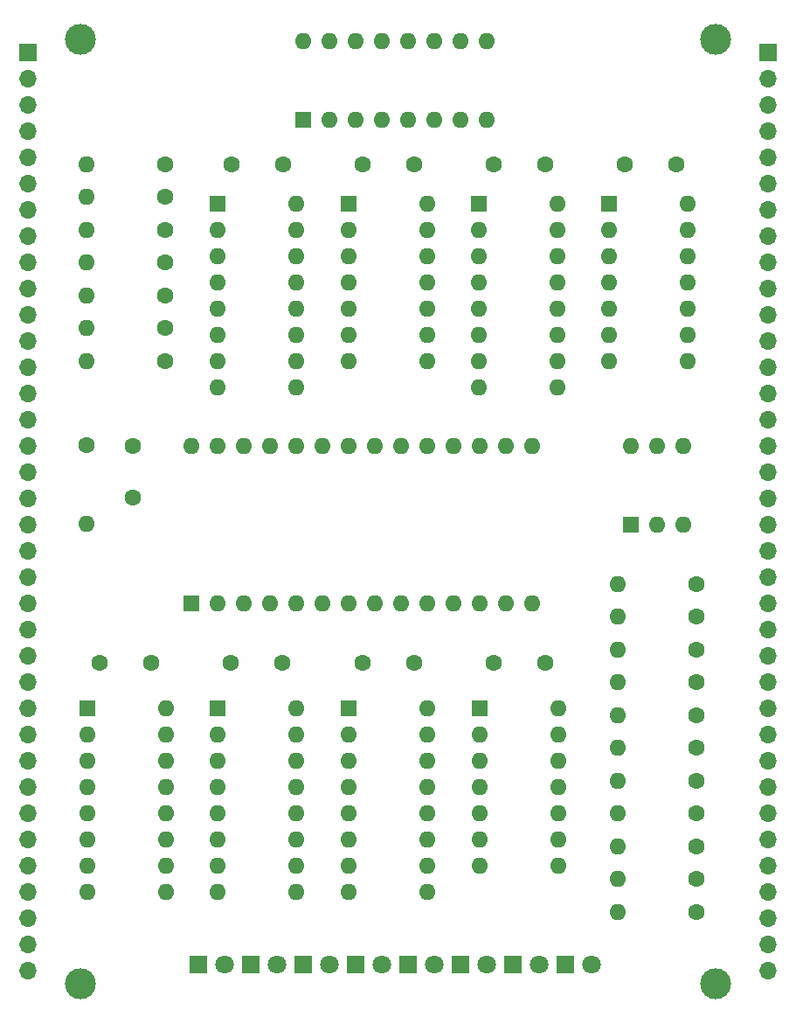
<source format=gbs>
G04 #@! TF.GenerationSoftware,KiCad,Pcbnew,8.0.9-8.0.9-0~ubuntu22.04.1*
G04 #@! TF.CreationDate,2025-06-29T10:34:07+10:00*
G04 #@! TF.ProjectId,UE1-TTL-Memory,5545312d-5454-44c2-9d4d-656d6f72792e,rev?*
G04 #@! TF.SameCoordinates,Original*
G04 #@! TF.FileFunction,Soldermask,Bot*
G04 #@! TF.FilePolarity,Negative*
%FSLAX46Y46*%
G04 Gerber Fmt 4.6, Leading zero omitted, Abs format (unit mm)*
G04 Created by KiCad (PCBNEW 8.0.9-8.0.9-0~ubuntu22.04.1) date 2025-06-29 10:34:07*
%MOMM*%
%LPD*%
G01*
G04 APERTURE LIST*
%ADD10R,1.800000X1.800000*%
%ADD11C,1.800000*%
%ADD12C,1.600000*%
%ADD13O,1.600000X1.600000*%
%ADD14C,3.000000*%
%ADD15R,1.700000X1.700000*%
%ADD16O,1.700000X1.700000*%
%ADD17R,1.600000X1.600000*%
G04 APERTURE END LIST*
D10*
X137160000Y-141605000D03*
D11*
X139700000Y-141605000D03*
D12*
X103505000Y-64135000D03*
D13*
X95885000Y-64135000D03*
D12*
X154940000Y-114300000D03*
D13*
X147320000Y-114300000D03*
D12*
X154940000Y-136525000D03*
D13*
X147320000Y-136525000D03*
D12*
X154940000Y-111125000D03*
D13*
X147320000Y-111125000D03*
D12*
X154940000Y-133350000D03*
D13*
X147320000Y-133350000D03*
D12*
X127635000Y-112395000D03*
X122635000Y-112395000D03*
X102108000Y-112395000D03*
X97108000Y-112395000D03*
D14*
X156845000Y-52070000D03*
D12*
X95885000Y-91360000D03*
D13*
X95885000Y-98980000D03*
D15*
X90170000Y-53340000D03*
D16*
X90170000Y-55880000D03*
X90170000Y-58420000D03*
X90170000Y-60960000D03*
X90170000Y-63500000D03*
X90170000Y-66040000D03*
X90170000Y-68580000D03*
X90170000Y-71120000D03*
X90170000Y-73660000D03*
X90170000Y-76200000D03*
X90170000Y-78740000D03*
X90170000Y-81280000D03*
X90170000Y-83820000D03*
X90170000Y-86360000D03*
X90170000Y-88900000D03*
X90170000Y-91440000D03*
X90170000Y-93980000D03*
X90170000Y-96520000D03*
X90170000Y-99060000D03*
X90170000Y-101600000D03*
X90170000Y-104140000D03*
X90170000Y-106680000D03*
X90170000Y-109220000D03*
X90170000Y-111760000D03*
X90170000Y-114300000D03*
X90170000Y-116840000D03*
X90170000Y-119380000D03*
X90170000Y-121920000D03*
X90170000Y-124460000D03*
X90170000Y-127000000D03*
X90170000Y-129540000D03*
X90170000Y-132080000D03*
X90170000Y-134620000D03*
X90170000Y-137160000D03*
X90170000Y-139700000D03*
X90170000Y-142240000D03*
D12*
X103505000Y-83185000D03*
D13*
X95885000Y-83185000D03*
D17*
X108585000Y-67945000D03*
D13*
X108585000Y-70485000D03*
X108585000Y-73025000D03*
X108585000Y-75565000D03*
X108585000Y-78105000D03*
X108585000Y-80645000D03*
X108585000Y-83185000D03*
X108585000Y-85725000D03*
X116205000Y-85725000D03*
X116205000Y-83185000D03*
X116205000Y-80645000D03*
X116205000Y-78105000D03*
X116205000Y-75565000D03*
X116205000Y-73025000D03*
X116205000Y-70485000D03*
X116205000Y-67945000D03*
D10*
X106680000Y-141605000D03*
D11*
X109220000Y-141605000D03*
D12*
X154940000Y-117475000D03*
D13*
X147320000Y-117475000D03*
D12*
X103505000Y-76835000D03*
D13*
X95885000Y-76835000D03*
D14*
X95250000Y-143510000D03*
D12*
X154940000Y-120650000D03*
D13*
X147320000Y-120650000D03*
D12*
X140335000Y-64135000D03*
X135335000Y-64135000D03*
X103505000Y-80010000D03*
D13*
X95885000Y-80010000D03*
D12*
X103505000Y-73660000D03*
D13*
X95885000Y-73660000D03*
D17*
X148590000Y-99060000D03*
D13*
X151130000Y-99060000D03*
X153670000Y-99060000D03*
X153670000Y-91440000D03*
X151130000Y-91440000D03*
X148590000Y-91440000D03*
D17*
X146525000Y-67945000D03*
D13*
X146525000Y-70485000D03*
X146525000Y-73025000D03*
X146525000Y-75565000D03*
X146525000Y-78105000D03*
X146525000Y-80645000D03*
X146525000Y-83185000D03*
X154145000Y-83185000D03*
X154145000Y-80645000D03*
X154145000Y-78105000D03*
X154145000Y-75565000D03*
X154145000Y-73025000D03*
X154145000Y-70485000D03*
X154145000Y-67945000D03*
D12*
X140335000Y-112395000D03*
X135335000Y-112395000D03*
D17*
X116830000Y-59817000D03*
D13*
X119370000Y-59817000D03*
X121910000Y-59817000D03*
X124450000Y-59817000D03*
X126990000Y-59817000D03*
X129530000Y-59817000D03*
X132070000Y-59817000D03*
X134610000Y-59817000D03*
X134610000Y-52197000D03*
X132070000Y-52197000D03*
X129530000Y-52197000D03*
X126990000Y-52197000D03*
X124450000Y-52197000D03*
X121910000Y-52197000D03*
X119370000Y-52197000D03*
X116830000Y-52197000D03*
D12*
X127595000Y-64135000D03*
X122595000Y-64135000D03*
X103505000Y-70485000D03*
D13*
X95885000Y-70485000D03*
D17*
X106045000Y-106680000D03*
D13*
X108585000Y-106680000D03*
X111125000Y-106680000D03*
X113665000Y-106680000D03*
X116205000Y-106680000D03*
X118745000Y-106680000D03*
X121285000Y-106680000D03*
X123825000Y-106680000D03*
X126365000Y-106680000D03*
X128905000Y-106680000D03*
X131445000Y-106680000D03*
X133985000Y-106680000D03*
X136525000Y-106680000D03*
X139065000Y-106680000D03*
X139065000Y-91440000D03*
X136525000Y-91440000D03*
X133985000Y-91440000D03*
X131445000Y-91440000D03*
X128905000Y-91440000D03*
X126365000Y-91440000D03*
X123825000Y-91440000D03*
X121285000Y-91440000D03*
X118745000Y-91440000D03*
X116205000Y-91440000D03*
X113665000Y-91440000D03*
X111125000Y-91440000D03*
X108585000Y-91440000D03*
X106045000Y-91440000D03*
D10*
X121920000Y-141605000D03*
D11*
X124460000Y-141605000D03*
D17*
X108585000Y-116840000D03*
D13*
X108585000Y-119380000D03*
X108585000Y-121920000D03*
X108585000Y-124460000D03*
X108585000Y-127000000D03*
X108585000Y-129540000D03*
X108585000Y-132080000D03*
X108585000Y-134620000D03*
X116205000Y-134620000D03*
X116205000Y-132080000D03*
X116205000Y-129540000D03*
X116205000Y-127000000D03*
X116205000Y-124460000D03*
X116205000Y-121920000D03*
X116205000Y-119380000D03*
X116205000Y-116840000D03*
D12*
X154940000Y-104775000D03*
D13*
X147320000Y-104775000D03*
D17*
X95965000Y-116840000D03*
D13*
X95965000Y-119380000D03*
X95965000Y-121920000D03*
X95965000Y-124460000D03*
X95965000Y-127000000D03*
X95965000Y-129540000D03*
X95965000Y-132080000D03*
X95965000Y-134620000D03*
X103585000Y-134620000D03*
X103585000Y-132080000D03*
X103585000Y-129540000D03*
X103585000Y-127000000D03*
X103585000Y-124460000D03*
X103585000Y-121920000D03*
X103585000Y-119380000D03*
X103585000Y-116840000D03*
D12*
X154940000Y-127000000D03*
D13*
X147320000Y-127000000D03*
D10*
X116840000Y-141605000D03*
D11*
X119380000Y-141605000D03*
D10*
X142240000Y-141605000D03*
D11*
X144780000Y-141605000D03*
D17*
X121285000Y-116840000D03*
D13*
X121285000Y-119380000D03*
X121285000Y-121920000D03*
X121285000Y-124460000D03*
X121285000Y-127000000D03*
X121285000Y-129540000D03*
X121285000Y-132080000D03*
X121285000Y-134620000D03*
X128905000Y-134620000D03*
X128905000Y-132080000D03*
X128905000Y-129540000D03*
X128905000Y-127000000D03*
X128905000Y-124460000D03*
X128905000Y-121920000D03*
X128905000Y-119380000D03*
X128905000Y-116840000D03*
D12*
X103505000Y-67310000D03*
D13*
X95885000Y-67310000D03*
D10*
X132080000Y-141605000D03*
D11*
X134620000Y-141605000D03*
D17*
X133985000Y-116840000D03*
D13*
X133985000Y-119380000D03*
X133985000Y-121920000D03*
X133985000Y-124460000D03*
X133985000Y-127000000D03*
X133985000Y-129540000D03*
X133985000Y-132080000D03*
X141605000Y-132080000D03*
X141605000Y-129540000D03*
X141605000Y-127000000D03*
X141605000Y-124460000D03*
X141605000Y-121920000D03*
X141605000Y-119380000D03*
X141605000Y-116840000D03*
D14*
X95250000Y-52070000D03*
D12*
X114808000Y-112395000D03*
X109808000Y-112395000D03*
D14*
X156845000Y-143510000D03*
D12*
X153035000Y-64135000D03*
X148035000Y-64135000D03*
D10*
X111760000Y-141605000D03*
D11*
X114300000Y-141605000D03*
D15*
X161925000Y-53340000D03*
D16*
X161925000Y-55880000D03*
X161925000Y-58420000D03*
X161925000Y-60960000D03*
X161925000Y-63500000D03*
X161925000Y-66040000D03*
X161925000Y-68580000D03*
X161925000Y-71120000D03*
X161925000Y-73660000D03*
X161925000Y-76200000D03*
X161925000Y-78740000D03*
X161925000Y-81280000D03*
X161925000Y-83820000D03*
X161925000Y-86360000D03*
X161925000Y-88900000D03*
X161925000Y-91440000D03*
X161925000Y-93980000D03*
X161925000Y-96520000D03*
X161925000Y-99060000D03*
X161925000Y-101600000D03*
X161925000Y-104140000D03*
X161925000Y-106680000D03*
X161925000Y-109220000D03*
X161925000Y-111760000D03*
X161925000Y-114300000D03*
X161925000Y-116840000D03*
X161925000Y-119380000D03*
X161925000Y-121920000D03*
X161925000Y-124460000D03*
X161925000Y-127000000D03*
X161925000Y-129540000D03*
X161925000Y-132080000D03*
X161925000Y-134620000D03*
X161925000Y-137160000D03*
X161925000Y-139700000D03*
X161925000Y-142240000D03*
D17*
X121245000Y-67945000D03*
D13*
X121245000Y-70485000D03*
X121245000Y-73025000D03*
X121245000Y-75565000D03*
X121245000Y-78105000D03*
X121245000Y-80645000D03*
X121245000Y-83185000D03*
X128865000Y-83185000D03*
X128865000Y-80645000D03*
X128865000Y-78105000D03*
X128865000Y-75565000D03*
X128865000Y-73025000D03*
X128865000Y-70485000D03*
X128865000Y-67945000D03*
D12*
X154940000Y-130175000D03*
D13*
X147320000Y-130175000D03*
D12*
X100330000Y-91440000D03*
X100330000Y-96440000D03*
D10*
X127000000Y-141605000D03*
D11*
X129540000Y-141605000D03*
D12*
X154940000Y-107950000D03*
D13*
X147320000Y-107950000D03*
D12*
X114935000Y-64135000D03*
X109935000Y-64135000D03*
D17*
X133905000Y-67945000D03*
D13*
X133905000Y-70485000D03*
X133905000Y-73025000D03*
X133905000Y-75565000D03*
X133905000Y-78105000D03*
X133905000Y-80645000D03*
X133905000Y-83185000D03*
X133905000Y-85725000D03*
X141525000Y-85725000D03*
X141525000Y-83185000D03*
X141525000Y-80645000D03*
X141525000Y-78105000D03*
X141525000Y-75565000D03*
X141525000Y-73025000D03*
X141525000Y-70485000D03*
X141525000Y-67945000D03*
D12*
X154940000Y-123825000D03*
D13*
X147320000Y-123825000D03*
M02*

</source>
